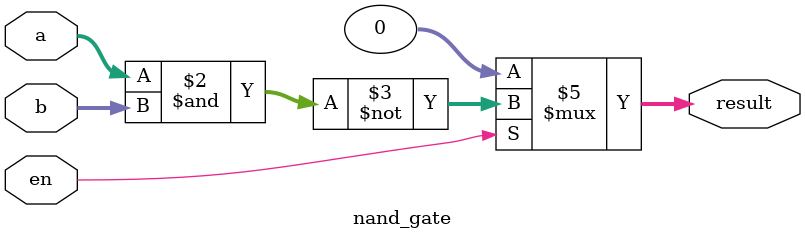
<source format=v>
module nand_gate(
    input [31:0]a,b,
    input en,
    output reg[31:0]result
);
    always @(*) begin
        if(en)begin
            result = ~(a&b);    
        end else begin
            result = 32'd0;  
        end
    end
endmodule
</source>
